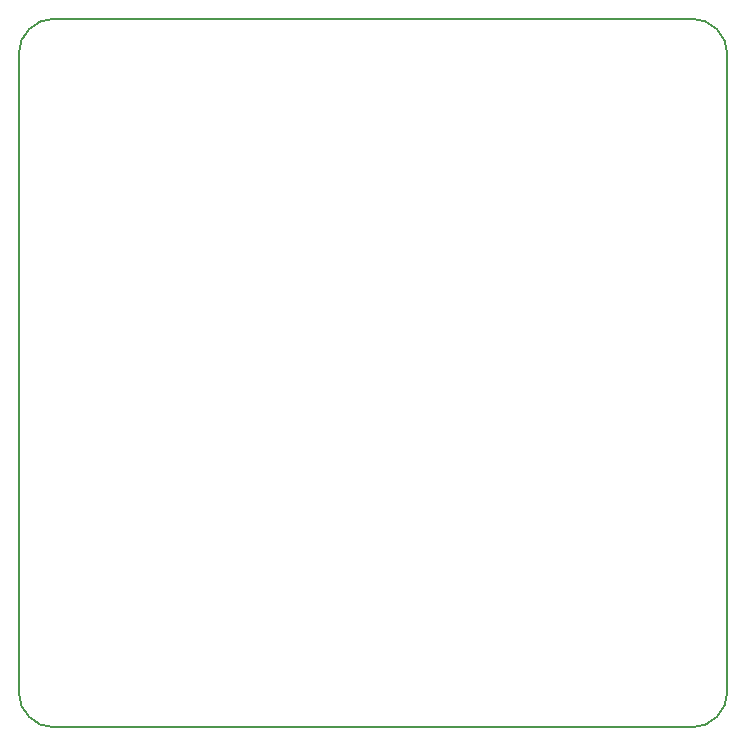
<source format=gbr>
%TF.GenerationSoftware,KiCad,Pcbnew,(5.1.6)-1*%
%TF.CreationDate,2022-04-30T17:47:53+08:00*%
%TF.ProjectId,simple_bldc,73696d70-6c65-45f6-926c-64632e6b6963,1*%
%TF.SameCoordinates,PX6979f40PYa1135a0*%
%TF.FileFunction,Profile,NP*%
%FSLAX46Y46*%
G04 Gerber Fmt 4.6, Leading zero omitted, Abs format (unit mm)*
G04 Created by KiCad (PCBNEW (5.1.6)-1) date 2022-04-30 17:47:53*
%MOMM*%
%LPD*%
G01*
G04 APERTURE LIST*
%TA.AperFunction,Profile*%
%ADD10C,0.150000*%
%TD*%
G04 APERTURE END LIST*
D10*
X3000000Y0D02*
G75*
G02*
X0Y3000000I0J3000000D01*
G01*
X0Y57000000D02*
G75*
G02*
X3000000Y60000000I3000000J0D01*
G01*
X57000000Y60000000D02*
G75*
G02*
X60000000Y57000000I0J-3000000D01*
G01*
X60000000Y3000000D02*
G75*
G02*
X57000000Y0I-3000000J0D01*
G01*
X60000000Y57000000D02*
X60000000Y3000000D01*
X3000000Y60000000D02*
X57000000Y60000000D01*
X3000000Y0D02*
X57000000Y0D01*
X0Y57000000D02*
X0Y3000000D01*
M02*

</source>
